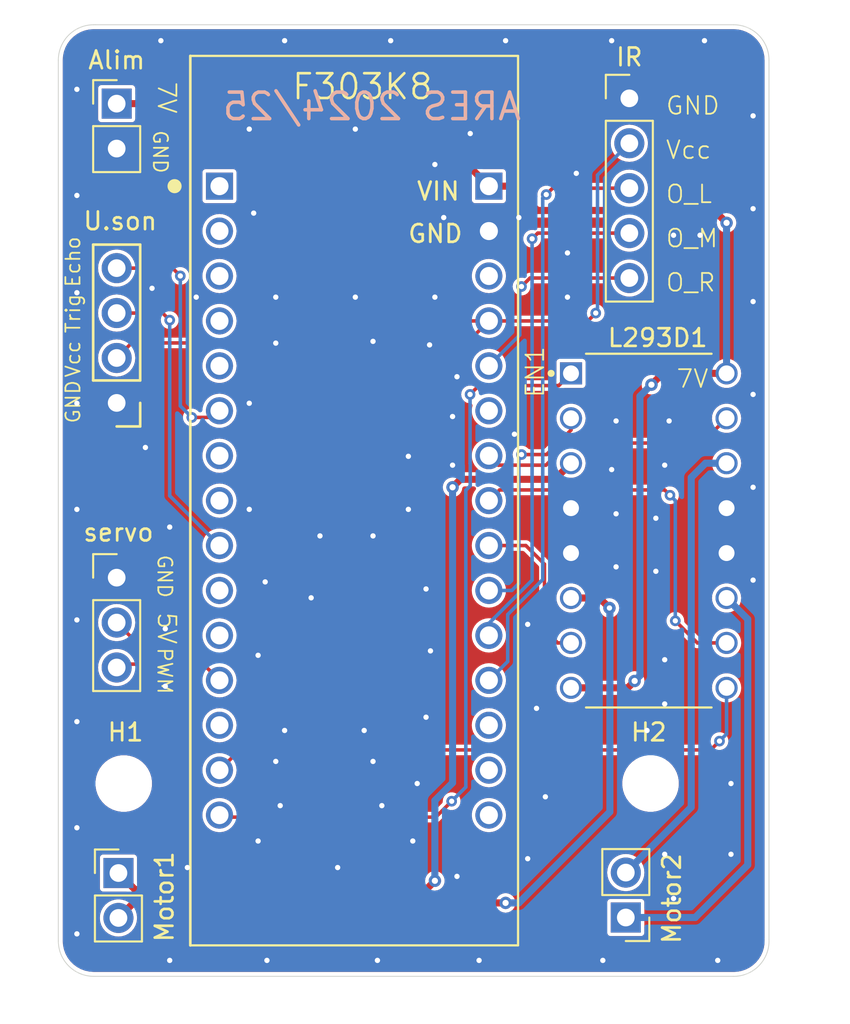
<source format=kicad_pcb>
(kicad_pcb (version 20240108) (generator "pcbnew") (generator_version "8.0")
  (layers (0 "F.Cu" signal) (31 "B.Cu" signal) (34 "B.Paste" user) (35 "F.Paste" user) (36 "B.SilkS" user "B.Silkscreen") (37 "F.SilkS" user "F.Silkscreen") (38 "B.Mask" user) (39 "F.Mask" user) (44 "Edge.Cuts" user))
  (net 0 "")
  (net 1 "/IN1")
  (net 2 "/GND")
  (net 3 "/IN3")
  (net 4 "/IN2")
  (net 5 "/EN1")
  (net 6 "/EN2")
  (net 7 "/out4")
  (net 8 "/IN4")
  (net 9 "/out2")
  (net 10 "/out3")
  (net 11 "/7V")
  (net 12 "/out1")
  (net 13 "/O_M")
  (net 14 "/5V")
  (net 16 "/O_R")
  (net 18 "/O_L")
  (net 19 "/Echo")
  (net 22 "/Trig")
  (net 30 "/pwm_servo")
  (footprint "L293D (1):L293D_Motor_Driver" (layer "F.Cu") (at 146.6 73.2)
    (property "Reference" "L293D1" (at 0.5 -10.9 0) (layer "F.SilkS"))
    (property "Value" "L293D")
    (fp_line (start -3.55 -10) (end 3.55 -10) (stroke (width 0.127)) (layer "F.SilkS"))
    (fp_line (start -3.55 10) (end 3.55 10) (stroke (width 0.127)) (layer "F.SilkS"))
    (fp_circle (center -5.525 -8.89) (end -5.425 -8.89) (stroke (width 0.2)) (fill none) (layer "F.SilkS"))
    (fp_text user "7V" (at 1.5 -8 0) (layer "F.SilkS") (effects (font (thickness 0.1)) (justify left bottom)))
    (fp_text user "EN1" (at -5.85 -7.45 90) (layer "F.SilkS") (effects (font (thickness 0.1)) (justify left bottom)))
    (pad "1" thru_hole rect (at -4.4 -8.89) (size 1.25 1.25) (drill 0.9) (layers "*.Cu" "*.Mask") (net 5 "/EN1"))
    (pad "2" thru_hole circle (at -4.4 -6.35) (size 1.25 1.25) (drill 0.9) (layers "*.Cu" "*.Mask") (net 1 "/IN1"))
    (pad "3" thru_hole circle (at -4.4 -3.81) (size 1.25 1.25) (drill 0.9) (layers "*.Cu" "*.Mask") (net 12 "/out1"))
    (pad "4" thru_hole circle (at -4.4 -1.27) (size 1.25 1.25) (drill 0.9) (layers "*.Cu" "*.Mask") (net 2 "/GND"))
    (pad "5" thru_hole circle (at -4.4 1.27) (size 1.25 1.25) (drill 0.9) (layers "*.Cu" "*.Mask") (net 2 "/GND"))
    (pad "6" thru_hole circle (at -4.4 3.81) (size 1.25 1.25) (drill 0.9) (layers "*.Cu" "*.Mask") (net 9 "/out2"))
    (pad "7" thru_hole circle (at -4.4 6.35) (size 1.25 1.25) (drill 0.9) (layers "*.Cu" "*.Mask") (net 4 "/IN2"))
    (pad "8" thru_hole circle (at -4.4 8.89) (size 1.25 1.25) (drill 0.9) (layers "*.Cu" "*.Mask") (net 11 "/7V"))
    (pad "9" thru_hole circle (at 4.4 8.89) (size 1.25 1.25) (drill 0.9) (layers "*.Cu" "*.Mask") (net 6 "/EN2"))
    (pad "10" thru_hole circle (at 4.4 6.35) (size 1.25 1.25) (drill 0.9) (layers "*.Cu" "*.Mask") (net 3 "/IN3"))
    (pad "11" thru_hole circle (at 4.4 3.81) (size 1.25 1.25) (drill 0.9) (layers "*.Cu" "*.Mask") (net 10 "/out3"))
    (pad "12" thru_hole circle (at 4.4 1.27) (size 1.25 1.25) (drill 0.9) (layers "*.Cu" "*.Mask") (net 2 "/GND"))
    (pad "13" thru_hole circle (at 4.4 -1.27) (size 1.25 1.25) (drill 0.9) (layers "*.Cu" "*.Mask") (net 2 "/GND"))
    (pad "14" thru_hole circle (at 4.4 -3.81) (size 1.25 1.25) (drill 0.9) (layers "*.Cu" "*.Mask") (net 7 "/out4"))
    (pad "15" thru_hole circle (at 4.4 -6.35) (size 1.25 1.25) (drill 0.9) (layers "*.Cu" "*.Mask") (net 8 "/IN4"))
    (pad "16" thru_hole circle (at 4.4 -8.89) (size 1.25 1.25) (drill 0.9) (layers "*.Cu" "*.Mask") (net 11 "/7V"))
  )
  (footprint "Connector_PinHeader_2.54mm:PinHeader_1x02_P2.54mm_Vertical" (layer "F.Cu") (at 145.3 95.075 180)
    (property "Reference" "Motor2" (at -2.6 1.075 90) (layer "F.SilkS"))
    (property "Value" "~")
    (fp_line (start 1.33 1.27) (end 1.33 3.87) (stroke (width 0.12)) (layer "F.SilkS"))
    (fp_line (start -1.33 3.87) (end 1.33 3.87) (stroke (width 0.12)) (layer "F.SilkS"))
    (fp_line (start -1.33 1.27) (end 1.33 1.27) (stroke (width 0.12)) (layer "F.SilkS"))
    (fp_line (start -1.33 1.27) (end -1.33 3.87) (stroke (width 0.12)) (layer "F.SilkS"))
    (fp_line (start -1.33 0) (end -1.33 -1.33) (stroke (width 0.12)) (layer "F.SilkS"))
    (fp_line (start -1.33 -1.33) (end 0 -1.33) (stroke (width 0.12)) (layer "F.SilkS"))
    (pad "1" thru_hole rect (at 0 0 180) (size 1.7 1.7) (drill 1) (layers "*.Cu" "*.Mask") (net 10 "/out3"))
    (pad "2" thru_hole oval (at 0 2.54 180) (size 1.7 1.7) (drill 1) (layers "*.Cu" "*.Mask") (net 7 "/out4"))
  )
  (footprint "Connector_PinHeader_2.54mm:PinHeader_1x03_P2.54mm_Vertical" (layer "F.Cu") (at 116.5 75.86)
    (property "Reference" "servo" (at 0.1 -2.56 0) (layer "F.SilkS"))
    (property "Value" "~")
    (fp_line (start -1.33 -1.33) (end 0 -1.33) (stroke (width 0.12)) (layer "F.SilkS"))
    (fp_line (start -1.33 0) (end -1.33 -1.33) (stroke (width 0.12)) (layer "F.SilkS"))
    (fp_line (start -1.33 1.27) (end -1.33 6.41) (stroke (width 0.12)) (layer "F.SilkS"))
    (fp_line (start -1.33 1.27) (end 1.33 1.27) (stroke (width 0.12)) (layer "F.SilkS"))
    (fp_line (start -1.33 6.41) (end 1.33 6.41) (stroke (width 0.12)) (layer "F.SilkS"))
    (fp_line (start 1.33 1.27) (end 1.33 6.41) (stroke (width 0.12)) (layer "F.SilkS"))
    (fp_text user "PWM" (at 2.25 3.89 -90) (layer "F.SilkS") (effects (font (size 0.8 0.8) (thickness 0.1)) (justify left bottom)))
    (fp_text user "GND" (at 2.25 -1.36 -90) (layer "F.SilkS") (effects (font (size 0.8 0.8) (thickness 0.1)) (justify left bottom)))
    (fp_text user "5V" (at 2.25 1.89 -90) (layer "F.SilkS") (effects (font (thickness 0.1)) (justify left bottom)))
    (pad "1" thru_hole oval (at 0 2.54) (size 1.7 1.7) (drill 1) (layers "*.Cu" "*.Mask") (net 14 "/5V"))
    (pad "2" thru_hole rect (at 0 0) (size 1.7 1.7) (drill 1) (layers "*.Cu" "*.Mask") (net 2 "/GND"))
    (pad "3" thru_hole oval (at 0 5.08) (size 1.7 1.7) (drill 1) (layers "*.Cu" "*.Mask") (net 30 "/pwm_servo"))
  )
  (footprint "Connector_PinHeader_2.54mm:PinHeader_1x02_P2.54mm_Vertical" (layer "F.Cu") (at 116.5 49.06)
    (property "Reference" "Alim" (at 0 -2.46 0) (layer "F.SilkS"))
    (property "Value" "~")
    (fp_line (start -1.33 -1.33) (end 0 -1.33) (stroke (width 0.12)) (layer "F.SilkS"))
    (fp_line (start -1.33 0) (end -1.33 -1.33) (stroke (width 0.12)) (layer "F.SilkS"))
    (fp_line (start -1.33 1.27) (end -1.33 3.87) (stroke (width 0.12)) (layer "F.SilkS"))
    (fp_line (start -1.33 1.27) (end 1.33 1.27) (stroke (width 0.12)) (layer "F.SilkS"))
    (fp_line (start -1.33 3.87) (end 1.33 3.87) (stroke (width 0.12)) (layer "F.SilkS"))
    (fp_line (start 1.33 1.27) (end 1.33 3.87) (stroke (width 0.12)) (layer "F.SilkS"))
    (fp_text user "7V" (at 2.25 -1.31 -90) (layer "F.SilkS") (effects (font (thickness 0.1)) (justify left bottom)))
    (fp_text user "GND" (at 2 1.44 -90) (layer "F.SilkS") (effects (font (size 0.8 0.8) (thickness 0.1)) (justify left bottom)))
    (pad "1" thru_hole rect (at 0 0) (size 1.7 1.7) (drill 1) (layers "*.Cu" "*.Mask") (net 11 "/7V"))
    (pad "2" thru_hole oval (at 0 2.54) (size 1.7 1.7) (drill 1) (layers "*.Cu" "*.Mask") (net 2 "/GND"))
  )
  (footprint "MountingHole:MountingHole_2.7mm_M2.5" (layer "F.Cu") (at 116.9 87.5)
    (property "Reference" "H1" (at 0.1 -2.9 0) (layer "F.SilkS"))
    (property "Value" "MountingHole_Pad")
    (pad "" np_thru_hole circle (at 0 0) (size 2.7 2.7) (drill 2.7) (layers "*.Cu" "*.Mask"))
  )
  (footprint "Connector_PinHeader_2.54mm:PinHeader_1x02_P2.54mm_Vertical" (layer "F.Cu") (at 116.6 92.56)
    (property "Reference" "Motor1" (at 2.6 1.34 90) (layer "F.SilkS"))
    (property "Value" "~")
    (fp_line (start -1.33 -1.33) (end 0 -1.33) (stroke (width 0.12)) (layer "F.SilkS"))
    (fp_line (start -1.33 0) (end -1.33 -1.33) (stroke (width 0.12)) (layer "F.SilkS"))
    (fp_line (start -1.33 1.27) (end -1.33 3.87) (stroke (width 0.12)) (layer "F.SilkS"))
    (fp_line (start -1.33 1.27) (end 1.33 1.27) (stroke (width 0.12)) (layer "F.SilkS"))
    (fp_line (start -1.33 3.87) (end 1.33 3.87) (stroke (width 0.12)) (layer "F.SilkS"))
    (fp_line (start 1.33 1.27) (end 1.33 3.87) (stroke (width 0.12)) (layer "F.SilkS"))
    (pad "1" thru_hole rect (at 0 0) (size 1.7 1.7) (drill 1) (layers "*.Cu" "*.Mask") (net 12 "/out1"))
    (pad "2" thru_hole oval (at 0 2.54) (size 1.7 1.7) (drill 1) (layers "*.Cu" "*.Mask") (net 9 "/out2"))
  )
  (footprint "NUCLEO-F303K8:MODULE_NUCLEO-F303K8" (layer "F.Cu") (at 129.935 71.505)
    (property "Reference" "F303K8" (at 0.465 -23.405 0) (layer "F.SilkS") (effects (font (size 1.402378 1.402378))))
    (property "Value" "~")
    (fp_line (start -9.27 -25.145) (end 9.27 -25.145) (stroke (width 0.127)) (layer "F.SilkS"))
    (fp_line (start -9.27 25.145) (end -9.27 -25.145) (stroke (width 0.15)) (layer "F.SilkS"))
    (fp_line (start 9.27 -25.145) (end 9.27 25.145) (stroke (width 0.127)) (layer "F.SilkS"))
    (fp_line (start 9.27 25.145) (end -9.27 25.145) (stroke (width 0.127)) (layer "F.SilkS"))
    (fp_circle (center -10.16 -17.78) (end -9.96 -17.78) (stroke (width 0.4)) (fill none) (layer "F.SilkS"))
    (pad "3_1" thru_hole rect (at -7.62 -17.78) (size 1.53 1.53) (drill 1.02) (layers "*.Cu" "*.Mask"))
    (pad "3_2" thru_hole circle (at -7.62 -15.24) (size 1.53 1.53) (drill 1.02) (layers "*.Cu" "*.Mask"))
    (pad "3_3" thru_hole circle (at -7.62 -12.7) (size 1.53 1.53) (drill 1.02) (layers "*.Cu" "*.Mask"))
    (pad "3_4" thru_hole circle (at -7.62 -10.16) (size 1.53 1.53) (drill 1.02) (layers "*.Cu" "*.Mask"))
    (pad "3_5" thru_hole circle (at -7.62 -7.62) (size 1.53 1.53) (drill 1.02) (layers "*.Cu" "*.Mask"))
    (pad "3_6" thru_hole circle (at -7.62 -5.08) (size 1.53 1.53) (drill 1.02) (layers "*.Cu" "*.Mask") (net 19 "/Echo"))
    (pad "3_7" thru_hole circle (at -7.62 -2.54) (size 1.53 1.53) (drill 1.02) (layers "*.Cu" "*.Mask"))
    (pad "3_8" thru_hole circle (at -7.62 0) (size 1.53 1.53) (drill 1.02) (layers "*.Cu" "*.Mask"))
    (pad "3_9" thru_hole circle (at -7.62 2.54) (size 1.53 1.53) (drill 1.02) (layers "*.Cu" "*.Mask") (net 22 "/Trig"))
    (pad "3_10" thru_hole circle (at -7.62 5.08) (size 1.53 1.53) (drill 1.02) (layers "*.Cu" "*.Mask"))
    (pad "3_11" thru_hole circle (at -7.62 7.62) (size 1.53 1.53) (drill 1.02) (layers "*.Cu" "*.Mask"))
    (pad "3_12" thru_hole circle (at -7.62 10.16) (size 1.53 1.53) (drill 1.02) (layers "*.Cu" "*.Mask") (net 30 "/pwm_servo"))
    (pad "3_13" thru_hole circle (at -7.62 12.7) (size 1.53 1.53) (drill 1.02) (layers "*.Cu" "*.Mask"))
    (pad "3_14" thru_hole circle (at -7.62 15.24) (size 1.53 1.53) (drill 1.02) (layers "*.Cu" "*.Mask") (net 6 "/EN2"))
    (pad "3_15" thru_hole circle (at -7.62 17.78) (size 1.53 1.53) (drill 1.02) (layers "*.Cu" "*.Mask") (net 5 "/EN1"))
    (pad "4_1" thru_hole rect (at 7.62 -17.78) (size 1.53 1.53) (drill 1.02) (layers "*.Cu" "*.Mask") (net 11 "/7V"))
    (pad "4_2" thru_hole circle (at 7.62 -15.24) (size 1.53 1.53) (drill 1.02) (layers "*.Cu" "*.Mask") (net 2 "/GND"))
    (pad "4_3" thru_hole circle (at 7.62 -12.7) (size 1.53 1.53) (drill 1.02) (layers "*.Cu" "*.Mask"))
    (pad "4_4" thru_hole circle (at 7.62 -10.16) (size 1.53 1.53) (drill 1.02) (layers "*.Cu" "*.Mask") (net 14 "/5V"))
    (pad "4_5" thru_hole circle (at 7.62 -7.62) (size 1.53 1.53) (drill 1.02) (layers "*.Cu" "*.Mask") (net 16 "/O_R"))
    (pad "4_6" thru_hole circle (at 7.62 -5.08) (size 1.53 1.53) (drill 1.02) (layers "*.Cu" "*.Mask"))
    (pad "4_7" thru_hole circle (at 7.62 -2.54) (size 1.53 1.53) (drill 1.02) (layers "*.Cu" "*.Mask") (net 8 "/IN4"))
    (pad "4_8" thru_hole circle (at 7.62 0) (size 1.53 1.53) (drill 1.02) (layers "*.Cu" "*.Mask") (net 3 "/IN3"))
    (pad "4_9" thru_hole circle (at 7.62 2.54) (size 1.53 1.53) (drill 1.02) (layers "*.Cu" "*.Mask") (net 4 "/IN2"))
    (pad "4_10" thru_hole circle (at 7.62 5.08) (size 1.53 1.53) (drill 1.02) (layers "*.Cu" "*.Mask") (net 1 "/IN1"))
    (pad "4_11" thru_hole circle (at 7.62 7.62) (size 1.53 1.53) (drill 1.02) (layers "*.Cu" "*.Mask") (net 13 "/O_M"))
    (pad "4_12" thru_hole circle (at 7.62 10.16) (size 1.53 1.53) (drill 1.02) (layers "*.Cu" "*.Mask") (net 18 "/O_L"))
    (pad "4_13" thru_hole circle (at 7.62 12.7) (size 1.53 1.53) (drill 1.02) (layers "*.Cu" "*.Mask"))
    (pad "4_14" thru_hole circle (at 7.62 15.24) (size 1.53 1.53) (drill 1.02) (layers "*.Cu" "*.Mask"))
    (pad "4_15" thru_hole circle (at 7.62 17.78) (size 1.53 1.53) (drill 1.02) (layers "*.Cu" "*.Mask"))
  )
  (footprint "MountingHole:MountingHole_2.7mm_M2.5" (layer "F.Cu") (at 146.7 87.5)
    (property "Reference" "H2" (at -0.1 -2.9 0) (layer "F.SilkS"))
    (property "Value" "MountingHole_Pad")
    (pad "" np_thru_hole circle (at 0 0) (size 2.7 2.7) (drill 2.7) (layers "*.Cu" "*.Mask"))
  )
  (footprint "Connector_PinHeader_2.54mm:PinHeader_1x05_P2.54mm_Vertical" (layer "F.Cu") (at 145.5 48.76)
    (property "Reference" "IR" (at 0 -2.33 0) (layer "F.SilkS"))
    (property "Value" "~")
    (fp_line (start -1.33 -1.33) (end 0 -1.33) (stroke (width 0.12)) (layer "F.SilkS"))
    (fp_line (start -1.33 0) (end -1.33 -1.33) (stroke (width 0.12)) (layer "F.SilkS"))
    (fp_line (start -1.33 1.27) (end -1.33 11.49) (stroke (width 0.12)) (layer "F.SilkS"))
    (fp_line (start -1.33 1.27) (end 1.33 1.27) (stroke (width 0.12)) (layer "F.SilkS"))
    (fp_line (start -1.33 11.49) (end 1.33 11.49) (stroke (width 0.12)) (layer "F.SilkS"))
    (fp_line (start 1.33 1.27) (end 1.33 11.49) (stroke (width 0.12)) (layer "F.SilkS"))
    (fp_text user "O_L" (at 2 6 0) (layer "F.SilkS") (effects (font (thickness 0.1)) (justify left bottom)))
    (fp_text user "Vcc" (at 2 3.5 0) (layer "F.SilkS") (effects (font (thickness 0.1)) (justify left bottom)))
    (fp_text user "O_M" (at 2 8.5 0) (layer "F.SilkS") (effects (font (thickness 0.1)) (justify left bottom)))
    (fp_text user "GND" (at 2 1 0) (layer "F.SilkS") (effects (font (thickness 0.1)) (justify left bottom)))
    (fp_text user "O_R" (at 2 11 0) (layer "F.SilkS") (effects (font (thickness 0.1)) (justify left bottom)))
    (pad "1" thru_hole rect (at 0 0) (size 1.7 1.7) (drill 1) (layers "*.Cu" "*.Mask") (net 2 "/GND"))
    (pad "2" thru_hole oval (at 0 2.54) (size 1.7 1.7) (drill 1) (layers "*.Cu" "*.Mask") (net 14 "/5V"))
    (pad "3" thru_hole oval (at 0 5.08) (size 1.7 1.7) (drill 1) (layers "*.Cu" "*.Mask") (net 18 "/O_L"))
    (pad "4" thru_hole oval (at 0 7.62) (size 1.7 1.7) (drill 1) (layers "*.Cu" "*.Mask") (net 13 "/O_M"))
    (pad "5" thru_hole oval (at 0 10.16) (size 1.7 1.7) (drill 1) (layers "*.Cu" "*.Mask") (net 16 "/O_R"))
  )
  (footprint "Connector_PinHeader_2.54mm:PinHeader_1x04_P2.54mm_Vertical" (layer "F.Cu") (at 116.5 65.98 180)
    (property "Reference" "U.son" (at -0.2 10.28 0) (layer "F.SilkS"))
    (property "Value" "~")
    (fp_line (start 1.33 1.27) (end 1.33 8.95) (stroke (width 0.15)) (layer "F.SilkS"))
    (fp_line (start -1.33 8.95) (end 1.33 8.95) (stroke (width 0.15)) (layer "F.SilkS"))
    (fp_line (start -1.33 1.27) (end 1.33 1.27) (stroke (width 0.15)) (layer "F.SilkS"))
    (fp_line (start -1.33 1.27) (end -1.33 8.95) (stroke (width 0.15)) (layer "F.SilkS"))
    (fp_line (start -1.33 0) (end -1.33 -1.33) (stroke (width 0.15)) (layer "F.SilkS"))
    (fp_line (start -1.33 -1.33) (end 0 -1.33) (stroke (width 0.15)) (layer "F.SilkS"))
    (fp_text user "Trig" (at 2 3.88 90) (layer "F.SilkS") (effects (font (size 0.8 0.8) (thickness 0.1)) (justify left bottom)))
    (fp_text user "Vcc" (at 2 1.38 90) (layer "F.SilkS") (effects (font (size 0.8 0.8) (thickness 0.1)) (justify left bottom)))
    (fp_text user "GND" (at 2 -1.22 90) (layer "F.SilkS") (effects (font (size 0.8 0.8) (thickness 0.1)) (justify left bottom)))
    (fp_text user "Echo" (at 2 6.48 90) (layer "F.SilkS") (effects (font (size 0.8 0.8) (thickness 0.1)) (justify left bottom)))
    (pad "1" thru_hole rect (at 0 0 180) (size 1.7 1.7) (drill 1) (layers "*.Cu" "*.Mask") (net 2 "/GND"))
    (pad "2" thru_hole oval (at 0 2.54 180) (size 1.7 1.7) (drill 1) (layers "*.Cu" "*.Mask") (net 14 "/5V"))
    (pad "3" thru_hole oval (at 0 5.08 180) (size 1.7 1.7) (drill 1) (layers "*.Cu" "*.Mask") (net 22 "/Trig"))
    (pad "4" thru_hole oval (at 0 7.62 180) (size 1.7 1.7) (drill 1) (layers "*.Cu" "*.Mask") (net 19 "/Echo"))
  )
  (gr_line (start 153.4 46.6) (end 153.4 96.3) (stroke (width 0.05)) (layer "Edge.Cuts"))
  (gr_line (start 115.2 44.597502) (end 115.3 44.597502) (stroke (width 0.05)) (layer "Edge.Cuts"))
  (gr_arc (start 151.4 44.6) (mid 152.814214 45.185786) (end 153.4 46.6) (stroke (width 0.05)) (layer "Edge.Cuts"))
  (gr_line (start 113.2 46.6) (end 113.2 96.4) (stroke (width 0.05)) (layer "Edge.Cuts"))
  (gr_line (start 151.4 98.4) (end 115.2 98.4) (stroke (width 0.05)) (layer "Edge.Cuts"))
  (gr_arc (start 113.2 46.6) (mid 113.785786 45.185786) (end 115.2 44.6) (stroke (width 0.05)) (layer "Edge.Cuts"))
  (gr_arc (start 115.2 98.4) (mid 113.785786 97.814214) (end 113.2 96.4) (stroke (width 0.05)) (layer "Edge.Cuts"))
  (gr_line (start 115.3 44.6) (end 151.4 44.6) (stroke (width 0.05)) (layer "Edge.Cuts"))
  (gr_arc (start 153.4 96.3) (mid 152.850905 97.780172) (end 151.4 98.402498) (stroke (width 0.05)) (layer "Edge.Cuts"))
  (gr_text "ARES 2024/25" (at 139.5 50.1 0) (layer "B.SilkS") (effects (font (size 1.5 1.5) (thickness 0.2) (bold yes)) (justify left bottom mirror)))
  (gr_text "VIN" (at 133.4 54.6 0) (layer "F.SilkS") (effects (font (size 1 1) (thickness 0.153)) (justify left bottom)))
  (gr_text "GND" (at 132.9 57 0) (layer "F.SilkS") (effects (font (size 1 1) (thickness 0.153)) (justify left bottom)))
  (segment (start 139.4 68.9) (end 140.816166 68.9) (width 0.2) (layer "F.Cu") (net 1))
  (segment (start 142.2 67.516166) (end 142.2 66.85) (width 0.2) (layer "F.Cu") (net 1))
  (segment (start 140.816166 68.9) (end 142.2 67.516166) (width 0.2) (layer "F.Cu") (net 1))
  (via (at 139.4 68.9) (size 0.6) (drill 0.3) (layers "F.Cu" "B.Cu") (net 1))
  (segment (start 139.4 68.9) (end 139.25 69.05) (width 0.2) (layer "B.Cu") (net 1))
  (segment (start 139.25 76.184314) (end 138.849314 76.585) (width 0.2) (layer "B.Cu") (net 1))
  (segment (start 139.25 69.05) (end 139.25 76.184314) (width 0.2) (layer "B.Cu") (net 1))
  (segment (start 138.849314 76.585) (end 137.555 76.585) (width 0.2) (layer "B.Cu") (net 1))
  (segment (start 116.5 75.86) (end 116.96 75.4) (width 0.2) (layer "F.Cu") (net 2))
  (via (at 131 73.5) (size 0.6) (drill 0.3) (layers "F.Cu" "B.Cu") (net 2))
  (via (at 119.25 82) (size 0.6) (drill 0.3) (layers "F.Cu" "B.Cu") (net 2))
  (via (at 124.9 76.1) (size 0.6) (drill 0.3) (layers "F.Cu" "B.Cu") (net 2))
  (via (at 130 60) (size 0.6) (drill 0.3) (layers "F.Cu" "B.Cu") (net 2))
  (via (at 133 72) (size 0.6) (drill 0.3) (layers "F.Cu" "B.Cu") (net 2))
  (via (at 118.125 68.5) (size 0.6) (drill 0.3) (layers "F.Cu" "B.Cu") (net 2))
  (via (at 124 72) (size 0.6) (drill 0.3) (layers "F.Cu" "B.Cu") (net 2))
  (via (at 135.75 64.5) (size 0.6) (drill 0.3) (layers "F.Cu" "B.Cu") (net 2))
  (via (at 119.5 73) (size 0.6) (drill 0.3) (layers "F.Cu" "B.Cu") (net 2))
  (via (at 152.5 70.75) (size 0.6) (drill 0.3) (layers "F.Cu" "B.Cu") (net 2))
  (via (at 125.5 86.25) (size 0.6) (drill 0.3) (layers "F.Cu" "B.Cu") (net 2))
  (via (at 114.25 90) (size 0.6) (drill 0.3) (layers "F.Cu" "B.Cu") (net 2))
  (via (at 119.5 97.5) (size 0.6) (drill 0.3) (layers "F.Cu" "B.Cu") (net 2))
  (via (at 134.25 80) (size 0.6) (drill 0.3) (layers "F.Cu" "B.Cu") (net 2))
  (via (at 129 92.25) (size 0.6) (drill 0.3) (layers "F.Cu" "B.Cu") (net 2))
  (via (at 136.5 50.75) (size 0.6) (drill 0.3) (layers "F.Cu" "B.Cu") (net 2))
  (via (at 147.5 69.5) (size 0.6) (drill 0.3) (layers "F.Cu" "B.Cu") (net 2))
  (via (at 149.5 56.5) (size 0.6) (drill 0.3) (layers "F.Cu" "B.Cu") (net 2))
  (via (at 124.5 90.75) (size 0.6) (drill 0.3) (layers "F.Cu" "B.Cu") (net 2))
  (via (at 114.25 48.25) (size 0.6) (drill 0.3) (layers "F.Cu" "B.Cu") (net 2))
  (via (at 131 62.5) (size 0.6) (drill 0.3) (layers "F.Cu" "B.Cu") (net 2))
  (via (at 114.25 84) (size 0.6) (drill 0.3) (layers "F.Cu" "B.Cu") (net 2))
  (via (at 144.5 45.5) (size 0.6) (drill 0.3) (layers "F.Cu" "B.Cu") (net 2))
  (via (at 131.25 97.5) (size 0.6) (drill 0.3) (layers "F.Cu" "B.Cu") (net 2))
  (via (at 150.5 97.5) (size 0.6) (drill 0.3) (layers "F.Cu" "B.Cu") (net 2))
  (via (at 144.75 67) (size 0.6) (drill 0.3) (layers "F.Cu" "B.Cu") (net 2))
  (via (at 142.5 53) (size 0.6) (drill 0.3) (layers "F.Cu" "B.Cu") (net 2))
  (via (at 152.5 76) (size 0.6) (drill 0.3) (layers "F.Cu" "B.Cu") (net 2))
  (via (at 139.75 78.5) (size 0.6) (drill 0.3) (layers "F.Cu" "B.Cu") (net 2))
  (via (at 142 57.5) (size 0.6) (drill 0.3) (layers "F.Cu" "B.Cu") (net 2))
  (via (at 133 69) (size 0.6) (drill 0.3) (layers "F.Cu" "B.Cu") (net 2))
  (via (at 131 86.25) (size 0.6) (drill 0.3) (layers "F.Cu" "B.Cu") (net 2))
  (via (at 147.5 83) (size 0.6) (drill 0.3) (layers "F.Cu" "B.Cu") (net 2))
  (via (at 124 50.5) (size 0.6) (drill 0.3) (layers "F.Cu" "B.Cu") (net 2))
  (via (at 144.75 72.25) (size 0.6) (drill 0.3) (layers "F.Cu" "B.Cu") (net 2))
  (via (at 114.25 72) (size 0.6) (drill 0.3) (layers "F.Cu" "B.Cu") (net 2))
  (via (at 128 73.5) (size 0.6) (drill 0.3) (layers "F.Cu" "B.Cu") (net 2))
  (via (at 125.75 88.75) (size 0.6) (drill 0.3) (layers "F.Cu" "B.Cu") (net 2))
  (via (at 127.5 77) (size 0.6) (drill 0.3) (layers "F.Cu" "B.Cu") (net 2))
  (via (at 126 84.5) (size 0.6) (drill 0.3) (layers "F.Cu" "B.Cu") (net 2))
  (via (at 119.25 78.75) (size 0.6) (drill 0.3) (layers "F.Cu" "B.Cu") (net 2))
  (via (at 125.5 60) (size 0.6) (drill 0.3) (layers "F.Cu" "B.Cu") (net 2))
  (via (at 120.5 92.25) (size 0.6) (drill 0.3) (layers "F.Cu" "B.Cu") (net 2))
  (via (at 132 45.5) (size 0.6) (drill 0.3) (layers "F.Cu" "B.Cu") (net 2))
  (via (at 139 67.75) (size 0.6) (drill 0.3) (layers "F.Cu" "B.Cu") (net 2))
  (via (at 152.5 65.5) (size 0.6) (drill 0.3) (layers "F.Cu" "B.Cu") (net 2))
  (via (at 125.5 62.6) (size 0.6) (drill 0.3) (layers "F.Cu" "B.Cu") (net 2))
  (via (at 124.5 80.25) (size 0.6) (drill 0.3) (layers "F.Cu" "B.Cu") (net 2))
  (via (at 133.25 90.75) (size 0.6) (drill 0.3) (layers "F.Cu" "B.Cu") (net 2))
  (via (at 144.75 75.25) (size 0.6) (drill 0.3) (layers "F.Cu" "B.Cu") (net 2))
  (via (at 130.5 84.5) (size 0.6) (drill 0.3) (layers "F.Cu" "B.Cu") (net 2))
  (via (at 152.5 60.25) (size 0.6) (drill 0.3) (layers "F.Cu" "B.Cu") (net 2))
  (via (at 144 97.5) (size 0.6) (drill 0.3) (layers "F.Cu" "B.Cu") (net 2))
  (via (at 134 76.5) (size 0.6) (drill 0.3) (layers "F.Cu" "B.Cu") (net 2))
  (via (at 147.5 80.5) (size 0.6) (drill 0.3) (layers "F.Cu" "B.Cu") (net 2))
  (via (at 131.5 88.75) (size 0.6) (drill 0.3) (layers "F.Cu" "B.Cu") (net 2))
  (via (at 147.5 91.5) (size 0.6) (drill 0.3) (layers "F.Cu" "B.Cu") (net 2))
  (via (at 137 97.5) (size 0.6) (drill 0.3) (layers "F.Cu" "B.Cu") (net 2))
  (via (at 126 45.5) (size 0.6) (drill 0.3) (layers "F.Cu" "B.Cu") (net 2))
  (via (at 114.25 78.25) (size 0.6) (drill 0.3) (layers "F.Cu" "B.Cu") (net 2))
  (via (at 148 56.5) (size 0.6) (drill 0.3) (layers "F.Cu" "B.Cu") (net 2))
  (via (at 138.5 45.5) (size 0.6) (drill 0.3) (layers "F.Cu" "B.Cu") (net 2))
  (via (at 139.75 91.75) (size 0.6) (drill 0.3) (layers "F.Cu" "B.Cu") (net 2))
  (via (at 146.5 84.5) (size 0.6) (drill 0.3) (layers "F.Cu" "B.Cu") (net 2))
  (via (at 114.25 54.25) (size 0.6) (drill 0.3) (layers "F.Cu" "B.Cu") (net 2))
  (via (at 134.2 62.7) (size 0.6) (drill 0.3) (layers "F.Cu" "B.Cu") (net 2))
  (via (at 135 55.5) (size 0.6) (drill 0.3) (layers "F.Cu" "B.Cu") (net 2))
  (via (at 130 50.5) (size 0.6) (drill 0.3) (layers "F.Cu" "B.Cu") (net 2))
  (via (at 144.5 69.75) (size 0.6) (drill 0.3) (layers "F.Cu" "B.Cu") (net 2))
  (via (at 133.5 87.5) (size 0.6) (drill 0.3) (layers "F.Cu" "B.Cu") (net 2))
  (via (at 147 75.5) (size 0.6) (drill 0.3) (layers "F.Cu" "B.Cu") (net 2))
  (via (at 121 60) (size 0.6) (drill 0.3) (layers "F.Cu" "B.Cu") (net 2))
  (via (at 124 66) (size 0.6) (drill 0.3) (layers "F.Cu" "B.Cu") (net 2))
  (via (at 114.25 96) (size 0.6) (drill 0.3) (layers "F.Cu" "B.Cu") (net 2))
  (via (at 134 83.75) (size 0.6) (drill 0.3) (layers "F.Cu" "B.Cu") (net 2))
  (via (at 139.25 55.5) (size 0.6) (drill 0.3) (layers "F.Cu" "B.Cu") (net 2))
  (via (at 151.25 91.5) (size 0.6) (drill 0.3) (layers "F.Cu" "B.Cu") (net 2))
  (via (at 142 60) (size 0.6) (drill 0.3) (layers "F.Cu" "B.Cu") (net 2))
  (via (at 135.75 92.75) (size 0.6) (drill 0.3) (layers "F.Cu" "B.Cu") (net 2))
  (via (at 114.25 59.75) (size 0.6) (drill 0.3) (layers "F.Cu" "B.Cu") (net 2))
  (via (at 119 45.5) (size 0.6) (drill 0.3) (layers "F.Cu" "B.Cu") (net 2))
  (via (at 135.5 66.75) (size 0.6) (drill 0.3) (layers "F.Cu" "B.Cu") (net 2))
  (via (at 147.75 67) (size 0.6) (drill 0.3) (layers "F.Cu" "B.Cu") (net 2))
  (via (at 151.25 87.5) (size 0.6) (drill 0.3) (layers "F.Cu" "B.Cu") (net 2))
  (via (at 134.5 60) (size 0.6) (drill 0.3) (layers "F.Cu" "B.Cu") (net 2))
  (via (at 114.25 66) (size 0.6) (drill 0.3) (layers "F.Cu" "B.Cu") (net 2))
  (via (at 152.5 55) (size 0.6) (drill 0.3) (layers "F.Cu" "B.Cu") (net 2))
  (via (at 152.5 49.75) (size 0.6) (drill 0.3) (layers "F.Cu" "B.Cu") (net 2))
  (via (at 140.25 83.25) (size 0.6) (drill 0.3) (layers "F.Cu" "B.Cu") (net 2))
  (via (at 147 72.5) (size 0.6) (drill 0.3) (layers "F.Cu" "B.Cu") (net 2))
  (via (at 148 94) (size 0.6) (drill 0.3) (layers "F.Cu" "B.Cu") (net 2))
  (via (at 118.5 59.5) (size 0.6) (drill 0.3) (layers "F.Cu" "B.Cu") (net 2))
  (via (at 135.5 69.5) (size 0.6) (drill 0.3) (layers "F.Cu" "B.Cu") (net 2))
  (via (at 140.75 88.25) (size 0.6) (drill 0.3) (layers "F.Cu" "B.Cu") (net 2))
  (via (at 124.25 55.25) (size 0.6) (drill 0.3) (layers "F.Cu" "B.Cu") (net 2))
  (via (at 149.75 45.5) (size 0.6) (drill 0.3) (layers "F.Cu" "B.Cu") (net 2))
  (via (at 125 97.5) (size 0.6) (drill 0.3) (layers "F.Cu" "B.Cu") (net 2))
  (via (at 134.5 52.5) (size 0.6) (drill 0.3) (layers "F.Cu" "B.Cu") (net 2))
  (segment (start 147.5 70.9) (end 138.16 70.9) (width 0.2) (layer "F.Cu") (net 3))
  (segment (start 149.35 79.55) (end 151 79.55) (width 0.2) (layer "F.Cu") (net 3))
  (segment (start 147.8 71.2) (end 147.5 70.9) (width 0.2) (layer "F.Cu") (net 3))
  (segment (start 138.16 70.9) (end 137.555 71.505) (width 0.2) (layer "F.Cu") (net 3))
  (segment (start 148.1 78.3) (end 149.35 79.55) (width 0.2) (layer "F.Cu") (net 3))
  (via (at 148.1 78.3) (size 0.6) (drill 0.3) (layers "F.Cu" "B.Cu") (net 3))
  (via (at 147.8 71.2) (size 0.6) (drill 0.3) (layers "F.Cu" "B.Cu") (net 3))
  (segment (start 148.1 71.5) (end 147.8 71.2) (width 0.2) (layer "B.Cu") (net 3))
  (segment (start 148.1 78.3) (end 148.1 71.5) (width 0.2) (layer "B.Cu") (net 3))
  (segment (start 140.7 78.8) (end 141.45 79.55) (width 0.2) (layer "F.Cu") (net 4))
  (segment (start 139.645 74.045) (end 140.7 75.1) (width 0.2) (layer "F.Cu") (net 4))
  (segment (start 141.45 79.55) (end 142.2 79.55) (width 0.2) (layer "F.Cu") (net 4))
  (segment (start 140.7 75.1) (end 140.7 78.8) (width 0.2) (layer "F.Cu") (net 4))
  (segment (start 137.555 74.045) (end 139.645 74.045) (width 0.2) (layer "F.Cu") (net 4))
  (segment (start 136.49 65.5) (end 136.99 65) (width 0.2) (layer "F.Cu") (net 5))
  (segment (start 141.51 65) (end 142.2 64.31) (width 0.2) (layer "F.Cu") (net 5))
  (segment (start 135.45 88.5) (end 134.55 89.4) (width 0.2) (layer "F.Cu") (net 5))
  (segment (start 134.55 89.4) (end 122.43 89.4) (width 0.2) (layer "F.Cu") (net 5))
  (segment (start 122.43 89.4) (end 122.315 89.285) (width 0.2) (layer "F.Cu") (net 5))
  (segment (start 136.99 65) (end 141.51 65) (width 0.2) (layer "F.Cu") (net 5))
  (via (at 136.49 65.5) (size 0.6) (drill 0.3) (layers "F.Cu" "B.Cu") (net 5))
  (via (at 135.45 88.5) (size 0.6) (drill 0.3) (layers "F.Cu" "B.Cu") (net 5))
  (segment (start 136.25 87.7) (end 135.45 88.5) (width 0.2) (layer "B.Cu") (net 5))
  (segment (start 136.49 65.5) (end 136.49 69.406138) (width 0.2) (layer "B.Cu") (net 5))
  (segment (start 136.49 69.406138) (end 136.5 69.416138) (width 0.2) (layer "B.Cu") (net 5))
  (segment (start 136.25 70.919239) (end 136.25 87.7) (width 0.2) (layer "B.Cu") (net 5))
  (segment (start 136.5 69.416138) (end 136.5 70.669239) (width 0.2) (layer "B.Cu") (net 5))
  (segment (start 136.5 70.669239) (end 136.25 70.919239) (width 0.2) (layer "B.Cu") (net 5))
  (segment (start 123.46 85.6) (end 122.315 86.745) (width 0.2) (layer "F.Cu") (net 6))
  (segment (start 150.1 85.6) (end 123.46 85.6) (width 0.2) (layer "F.Cu") (net 6))
  (segment (start 150.6 85.1) (end 150.1 85.6) (width 0.2) (layer "F.Cu") (net 6))
  (via (at 150.6 85.1) (size 0.6) (drill 0.3) (layers "F.Cu" "B.Cu") (net 6))
  (segment (start 150.6 85.1) (end 151 84.7) (width 0.2) (layer "B.Cu") (net 6))
  (segment (start 151 84.7) (end 151 82.09) (width 0.2) (layer "B.Cu") (net 6))
  (segment (start 151 69.39) (end 149.81 69.39) (width 0.4) (layer "B.Cu") (net 7))
  (segment (start 149 70.2) (end 149 88.835) (width 0.4) (layer "B.Cu") (net 7))
  (segment (start 149.81 69.39) (end 149 70.2) (width 0.4) (layer "B.Cu") (net 7))
  (segment (start 149 88.835) (end 145.3 92.535) (width 0.4) (layer "B.Cu") (net 7))
  (segment (start 151 66.85) (end 149.6 68.25) (width 0.2) (layer "F.Cu") (net 8))
  (segment (start 140.781852 69.5) (end 138.09 69.5) (width 0.2) (layer "F.Cu") (net 8))
  (segment (start 149.6 68.25) (end 142.031852 68.25) (width 0.2) (layer "F.Cu") (net 8))
  (segment (start 138.09 69.5) (end 137.555 68.965) (width 0.2) (layer "F.Cu") (net 8))
  (segment (start 142.031852 68.25) (end 140.781852 69.5) (width 0.2) (layer "F.Cu") (net 8))
  (segment (start 144.375 77.575) (end 143.81 77.01) (width 0.4) (layer "F.Cu") (net 9))
  (segment (start 117.45 94.25) (end 116.6 95.1) (width 0.4) (layer "F.Cu") (net 9))
  (segment (start 143.81 77.01) (end 142.2 77.01) (width 0.4) (layer "F.Cu") (net 9))
  (segment (start 138.5 94.25) (end 117.45 94.25) (width 0.4) (layer "F.Cu") (net 9))
  (via (at 144.375 77.575) (size 0.7) (drill 0.3) (layers "F.Cu" "B.Cu") (net 9))
  (via (at 138.5 94.25) (size 0.7) (drill 0.35) (layers "F.Cu" "B.Cu") (net 9))
  (segment (start 144.375 77.775) (end 144.375 77.575) (width 0.2) (layer "B.Cu") (net 9))
  (segment (start 139.25 94.25) (end 144.4 89.1) (width 0.4) (layer "B.Cu") (net 9))
  (segment (start 138.5 94.25) (end 139.25 94.25) (width 0.4) (layer "B.Cu") (net 9))
  (segment (start 144.4 89.1) (end 144.4 77.8) (width 0.4) (layer "B.Cu") (net 9))
  (segment (start 144.4 77.8) (end 144.375 77.775) (width 0.2) (layer "B.Cu") (net 9))
  (segment (start 149.225 95.075) (end 145.3 95.075) (width 0.4) (layer "B.Cu") (net 10))
  (segment (start 152.2 78.21) (end 152.2 92.1) (width 0.4) (layer "B.Cu") (net 10))
  (segment (start 151 77.01) (end 152.2 78.21) (width 0.4) (layer "B.Cu") (net 10))
  (segment (start 152.2 92.1) (end 149.225 95.075) (width 0.4) (layer "B.Cu") (net 10))
  (segment (start 145.41 82.09) (end 142.2 82.09) (width 0.4) (layer "F.Cu") (net 11))
  (segment (start 132.89 49.06) (end 137.555 53.725) (width 0.4) (layer "F.Cu") (net 11))
  (segment (start 144.5 55.1) (end 140.3 55.1) (width 0.4) (layer "F.Cu") (net 11))
  (segment (start 147.39 64.31) (end 151 64.31) (width 0.4) (layer "F.Cu") (net 11))
  (segment (start 146.75 64.95) (end 147.39 64.31) (width 0.4) (layer "F.Cu") (net 11))
  (segment (start 151 55.8) (end 150.3 55.1) (width 0.4) (layer "F.Cu") (net 11))
  (segment (start 116.5 49.06) (end 132.89 49.06) (width 0.4) (layer "F.Cu") (net 11))
  (segment (start 140.3 55.1) (end 138.925 53.725) (width 0.4) (layer "F.Cu") (net 11))
  (segment (start 150.3 55.1) (end 144.5 55.1) (width 0.4) (layer "F.Cu") (net 11))
  (segment (start 138.925 53.725) (end 137.555 53.725) (width 0.4) (layer "F.Cu") (net 11))
  (segment (start 145.8 81.7) (end 145.41 82.09) (width 0.4) (layer "F.Cu") (net 11))
  (via (at 145.8 81.7) (size 0.7) (drill 0.35) (layers "F.Cu" "B.Cu") (net 11))
  (via (at 146.75 64.95) (size 0.7) (drill 0.35) (layers "F.Cu" "B.Cu") (net 11))
  (via (at 151 55.8) (size 0.7) (drill 0.35) (layers "F.Cu" "B.Cu") (net 11))
  (segment (start 151 55.8) (end 151 64.31) (width 0.4) (layer "B.Cu") (net 11))
  (segment (start 146.1 65.6) (end 146.75 64.95) (width 0.4) (layer "B.Cu") (net 11))
  (segment (start 146.1 81.4) (end 146.1 65.6) (width 0.4) (layer "B.Cu") (net 11))
  (segment (start 145.8 81.7) (end 146.1 81.4) (width 0.4) (layer "B.Cu") (net 11))
  (segment (start 141.29 70.3) (end 142.2 69.39) (width 0.4) (layer "F.Cu") (net 12))
  (segment (start 134 93.5) (end 117.54 93.5) (width 0.4) (layer "F.Cu") (net 12))
  (segment (start 117.54 93.5) (end 116.6 92.56) (width 0.4) (layer "F.Cu") (net 12))
  (segment (start 135.5 70.75) (end 135.95 70.3) (width 0.4) (layer "F.Cu") (net 12))
  (segment (start 134.5 93) (end 134 93.5) (width 0.4) (layer "F.Cu") (net 12))
  (segment (start 135.95 70.3) (end 141.29 70.3) (width 0.4) (layer "F.Cu") (net 12))
  (via (at 134.5 93) (size 0.7) (drill 0.35) (layers "F.Cu" "B.Cu") (net 12))
  (via (at 135.5 70.75) (size 0.7) (drill 0.35) (layers "F.Cu" "B.Cu") (net 12))
  (segment (start 134.5 93) (end 134.5 88.46005) (width 0.4) (layer "B.Cu") (net 12))
  (segment (start 135.5 87.46005) (end 135.5 70.75) (width 0.4) (layer "B.Cu") (net 12))
  (segment (start 134.5 88.46005) (end 135.5 87.46005) (width 0.4) (layer "B.Cu") (net 12))
  (segment (start 140.32 56.38) (end 145.5 56.38) (width 0.2) (layer "F.Cu") (net 13))
  (segment (start 140 56.7) (end 140.32 56.38) (width 0.2) (layer "F.Cu") (net 13))
  (via (at 140 56.7) (size 0.6) (drill 0.3) (layers "F.Cu" "B.Cu") (net 13))
  (segment (start 140 56.7) (end 140 76) (width 0.2) (layer "B.Cu") (net 13))
  (segment (start 140 76) (end 137.555 78.445) (width 0.2) (layer "B.Cu") (net 13))
  (segment (start 137.555 78.445) (end 137.555 79.125) (width 0.2) (layer "B.Cu") (net 13))
  (segment (start 116.5 78.4) (end 118.35 80.25) (width 0.2) (layer "F.Cu") (net 14))
  (segment (start 122.696138 80.25) (end 133.8 69.146138) (width 0.2) (layer "F.Cu") (net 14))
  (segment (start 123.61 62.59) (end 124.855 61.345) (width 0.2) (layer "F.Cu") (net 14))
  (segment (start 116.5 63.44) (end 117.35 62.59) (width 0.2) (layer "F.Cu") (net 14))
  (segment (start 133.8 69.146138) (end 133.8 65.1) (width 0.2) (layer "F.Cu") (net 14))
  (segment (start 143.6 60.9) (end 143.155 61.345) (width 0.2) (layer "F.Cu") (net 14))
  (segment (start 121.5 62.59) (end 123.61 62.59) (width 0.2) (layer "F.Cu") (net 14))
  (segment (start 117.35 62.59) (end 121.5 62.59) (width 0.2) (layer "F.Cu") (net 14))
  (segment (start 133.8 65.1) (end 137.555 61.345) (width 0.2) (layer "F.Cu") (net 14))
  (segment (start 143.155 61.345) (end 137.555 61.345) (width 0.2) (layer "F.Cu") (net 14))
  (segment (start 124.855 61.345) (end 137.555 61.345) (width 0.2) (layer "F.Cu") (net 14))
  (segment (start 118.35 80.25) (end 122.696138 80.25) (width 0.2) (layer "F.Cu") (net 14))
  (via (at 143.6 60.9) (size 0.6) (drill 0.3) (layers "F.Cu" "B.Cu") (net 14))
  (segment (start 143.7 60.8) (end 143.7 53.1) (width 0.2) (layer "B.Cu") (net 14))
  (segment (start 143.7 53.1) (end 145.5 51.3) (width 0.2) (layer "B.Cu") (net 14))
  (segment (start 143.6 60.9) (end 143.7 60.8) (width 0.2) (layer "B.Cu") (net 14))
  (segment (start 139.88 58.92) (end 145.5 58.92) (width 0.2) (layer "F.Cu") (net 16))
  (segment (start 139.4 59.4) (end 139.88 58.92) (width 0.2) (layer "F.Cu") (net 16))
  (via (at 139.4 59.4) (size 0.6) (drill 0.3) (layers "F.Cu" "B.Cu") (net 16))
  (segment (start 139.4 59.4) (end 139.3 59.5) (width 0.2) (layer "B.Cu") (net 16))
  (segment (start 139.3 62.14) (end 137.555 63.885) (width 0.2) (layer "B.Cu") (net 16))
  (segment (start 139.3 59.5) (end 139.3 62.14) (width 0.2) (layer "B.Cu") (net 16))
  (segment (start 138.04 63.4) (end 137.555 63.885) (width 0.2) (layer "B.Cu") (net 16))
  (segment (start 141.16 53.84) (end 140.8 54.2) (width 0.2) (layer "F.Cu") (net 18))
  (segment (start 145.5 53.84) (end 141.16 53.84) (width 0.2) (layer "F.Cu") (net 18))
  (via (at 140.8 54.2) (size 0.6) (drill 0.3) (layers "F.Cu" "B.Cu") (net 18))
  (segment (start 140.8 54.2) (end 140.6 54.4) (width 0.2) (layer "B.Cu") (net 18))
  (segment (start 140.6 54.4) (end 140.6 75.965686) (width 0.2) (layer "B.Cu") (net 18))
  (segment (start 140.6 75.965686) (end 138.62 77.945686) (width 0.2) (layer "B.Cu") (net 18))
  (segment (start 138.62 80.6) (end 137.555 81.665) (width 0.2) (layer "B.Cu") (net 18))
  (segment (start 138.62 77.945686) (end 138.62 80.6) (width 0.2) (layer "B.Cu") (net 18))
  (segment (start 121.94 66.8) (end 122.315 66.425) (width 0.2) (layer "F.Cu") (net 19))
  (segment (start 120.75 66.8) (end 121.94 66.8) (width 0.2) (layer "F.Cu") (net 19))
  (segment (start 116.5 58.36) (end 119.66 58.36) (width 0.2) (layer "F.Cu") (net 19))
  (segment (start 119.66 58.36) (end 120.1 58.8) (width 0.2) (layer "F.Cu") (net 19))
  (via (at 120.75 66.8) (size 0.6) (drill 0.3) (layers "F.Cu" "B.Cu") (net 19))
  (via (at 120.1 58.8) (size 0.6) (drill 0.3) (layers "F.Cu" "B.Cu") (net 19))
  (segment (start 120.1 58.8) (end 120.1 66.15) (width 0.2) (layer "B.Cu") (net 19))
  (segment (start 120.1 66.15) (end 120.75 66.8) (width 0.2) (layer "B.Cu") (net 19))
  (segment (start 119.1 60.9) (end 116.5 60.9) (width 0.2) (layer "F.Cu") (net 22))
  (segment (start 119.5 61.3) (end 119.1 60.9) (width 0.2) (layer "F.Cu") (net 22))
  (via (at 119.5 61.3) (size 0.6) (drill 0.3) (layers "F.Cu" "B.Cu") (net 22))
  (segment (start 119.5 71.23) (end 122.315 74.045) (width 0.2) (layer "B.Cu") (net 22))
  (segment (start 119.5 61.3) (end 119.5 71.23) (width 0.2) (layer "B.Cu") (net 22))
  (segment (start 116.5 80.94) (end 116.69 80.75) (width 0.2) (layer "F.Cu") (net 30))
  (segment (start 116.69 80.75) (end 121.4 80.75) (width 0.2) (layer "F.Cu") (net 30))
  (segment (start 121.4 80.75) (end 122.315 81.665) (width 0.2) (layer "F.Cu") (net 30))
  (zone (net 2) (net_name "/GND") (layers "F&B.Cu") (connect_pads yes (clearance 0.2)) (min_thickness 0.25) (fill yes (thermal_gap 0.5) (thermal_bridge_width 0.5))
    (polygon (pts (xy 111.5 43.2) (xy 158 43.2) (xy 158 99.3) (xy 156.2 101.1) (xy 110.4 101.1) (xy 109.9 100.6) (xy 109.9 44.8)))
  )
)
</source>
